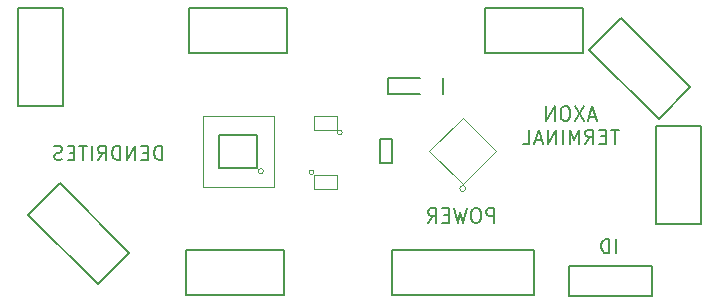
<source format=gbr>
G04 #@! TF.FileFunction,Legend,Bot*
%FSLAX46Y46*%
G04 Gerber Fmt 4.6, Leading zero omitted, Abs format (unit mm)*
G04 Created by KiCad (PCBNEW 4.0.5-e0-6337~49~ubuntu14.04.1) date Mon May 15 20:50:12 2017*
%MOMM*%
%LPD*%
G01*
G04 APERTURE LIST*
%ADD10C,0.100000*%
%ADD11C,0.170000*%
%ADD12C,0.150000*%
G04 APERTURE END LIST*
D10*
D11*
X171671429Y-96042857D02*
X171671429Y-94842857D01*
X171214286Y-94842857D01*
X171100000Y-94900000D01*
X171042857Y-94957143D01*
X170985714Y-95071429D01*
X170985714Y-95242857D01*
X171042857Y-95357143D01*
X171100000Y-95414286D01*
X171214286Y-95471429D01*
X171671429Y-95471429D01*
X170242857Y-94842857D02*
X170014286Y-94842857D01*
X169900000Y-94900000D01*
X169785714Y-95014286D01*
X169728572Y-95242857D01*
X169728572Y-95642857D01*
X169785714Y-95871429D01*
X169900000Y-95985714D01*
X170014286Y-96042857D01*
X170242857Y-96042857D01*
X170357143Y-95985714D01*
X170471429Y-95871429D01*
X170528572Y-95642857D01*
X170528572Y-95242857D01*
X170471429Y-95014286D01*
X170357143Y-94900000D01*
X170242857Y-94842857D01*
X169328571Y-94842857D02*
X169042857Y-96042857D01*
X168814286Y-95185714D01*
X168585714Y-96042857D01*
X168300000Y-94842857D01*
X167842857Y-95414286D02*
X167442857Y-95414286D01*
X167271428Y-96042857D02*
X167842857Y-96042857D01*
X167842857Y-94842857D01*
X167271428Y-94842857D01*
X166071428Y-96042857D02*
X166471428Y-95471429D01*
X166757143Y-96042857D02*
X166757143Y-94842857D01*
X166300000Y-94842857D01*
X166185714Y-94900000D01*
X166128571Y-94957143D01*
X166071428Y-95071429D01*
X166071428Y-95242857D01*
X166128571Y-95357143D01*
X166185714Y-95414286D01*
X166300000Y-95471429D01*
X166757143Y-95471429D01*
X143542857Y-90742857D02*
X143542857Y-89542857D01*
X143257142Y-89542857D01*
X143085714Y-89600000D01*
X142971428Y-89714286D01*
X142914285Y-89828571D01*
X142857142Y-90057143D01*
X142857142Y-90228571D01*
X142914285Y-90457143D01*
X142971428Y-90571429D01*
X143085714Y-90685714D01*
X143257142Y-90742857D01*
X143542857Y-90742857D01*
X142342857Y-90114286D02*
X141942857Y-90114286D01*
X141771428Y-90742857D02*
X142342857Y-90742857D01*
X142342857Y-89542857D01*
X141771428Y-89542857D01*
X141257143Y-90742857D02*
X141257143Y-89542857D01*
X140571428Y-90742857D01*
X140571428Y-89542857D01*
X140000000Y-90742857D02*
X140000000Y-89542857D01*
X139714285Y-89542857D01*
X139542857Y-89600000D01*
X139428571Y-89714286D01*
X139371428Y-89828571D01*
X139314285Y-90057143D01*
X139314285Y-90228571D01*
X139371428Y-90457143D01*
X139428571Y-90571429D01*
X139542857Y-90685714D01*
X139714285Y-90742857D01*
X140000000Y-90742857D01*
X138114285Y-90742857D02*
X138514285Y-90171429D01*
X138800000Y-90742857D02*
X138800000Y-89542857D01*
X138342857Y-89542857D01*
X138228571Y-89600000D01*
X138171428Y-89657143D01*
X138114285Y-89771429D01*
X138114285Y-89942857D01*
X138171428Y-90057143D01*
X138228571Y-90114286D01*
X138342857Y-90171429D01*
X138800000Y-90171429D01*
X137600000Y-90742857D02*
X137600000Y-89542857D01*
X137199999Y-89542857D02*
X136514285Y-89542857D01*
X136857142Y-90742857D02*
X136857142Y-89542857D01*
X136114285Y-90114286D02*
X135714285Y-90114286D01*
X135542856Y-90742857D02*
X136114285Y-90742857D01*
X136114285Y-89542857D01*
X135542856Y-89542857D01*
X135085714Y-90685714D02*
X134914285Y-90742857D01*
X134628571Y-90742857D01*
X134514285Y-90685714D01*
X134457142Y-90628571D01*
X134399999Y-90514286D01*
X134399999Y-90400000D01*
X134457142Y-90285714D01*
X134514285Y-90228571D01*
X134628571Y-90171429D01*
X134857142Y-90114286D01*
X134971428Y-90057143D01*
X135028571Y-90000000D01*
X135085714Y-89885714D01*
X135085714Y-89771429D01*
X135028571Y-89657143D01*
X134971428Y-89600000D01*
X134857142Y-89542857D01*
X134571428Y-89542857D01*
X134399999Y-89600000D01*
X182000000Y-98642857D02*
X182000000Y-97442857D01*
X181428571Y-98642857D02*
X181428571Y-97442857D01*
X181142856Y-97442857D01*
X180971428Y-97500000D01*
X180857142Y-97614286D01*
X180799999Y-97728571D01*
X180742856Y-97957143D01*
X180742856Y-98128571D01*
X180799999Y-98357143D01*
X180857142Y-98471429D01*
X180971428Y-98585714D01*
X181142856Y-98642857D01*
X181428571Y-98642857D01*
X180264286Y-87065000D02*
X179692857Y-87065000D01*
X180378571Y-87407857D02*
X179978571Y-86207857D01*
X179578571Y-87407857D01*
X179292857Y-86207857D02*
X178492857Y-87407857D01*
X178492857Y-86207857D02*
X179292857Y-87407857D01*
X177807143Y-86207857D02*
X177578572Y-86207857D01*
X177464286Y-86265000D01*
X177350000Y-86379286D01*
X177292858Y-86607857D01*
X177292858Y-87007857D01*
X177350000Y-87236429D01*
X177464286Y-87350714D01*
X177578572Y-87407857D01*
X177807143Y-87407857D01*
X177921429Y-87350714D01*
X178035715Y-87236429D01*
X178092858Y-87007857D01*
X178092858Y-86607857D01*
X178035715Y-86379286D01*
X177921429Y-86265000D01*
X177807143Y-86207857D01*
X176778572Y-87407857D02*
X176778572Y-86207857D01*
X176092857Y-87407857D01*
X176092857Y-86207857D01*
X182235714Y-88177857D02*
X181550000Y-88177857D01*
X181892857Y-89377857D02*
X181892857Y-88177857D01*
X181150000Y-88749286D02*
X180750000Y-88749286D01*
X180578571Y-89377857D02*
X181150000Y-89377857D01*
X181150000Y-88177857D01*
X180578571Y-88177857D01*
X179378571Y-89377857D02*
X179778571Y-88806429D01*
X180064286Y-89377857D02*
X180064286Y-88177857D01*
X179607143Y-88177857D01*
X179492857Y-88235000D01*
X179435714Y-88292143D01*
X179378571Y-88406429D01*
X179378571Y-88577857D01*
X179435714Y-88692143D01*
X179492857Y-88749286D01*
X179607143Y-88806429D01*
X180064286Y-88806429D01*
X178864286Y-89377857D02*
X178864286Y-88177857D01*
X178464286Y-89035000D01*
X178064286Y-88177857D01*
X178064286Y-89377857D01*
X177492857Y-89377857D02*
X177492857Y-88177857D01*
X176921428Y-89377857D02*
X176921428Y-88177857D01*
X176235713Y-89377857D01*
X176235713Y-88177857D01*
X175721428Y-89035000D02*
X175149999Y-89035000D01*
X175835713Y-89377857D02*
X175435713Y-88177857D01*
X175035713Y-89377857D01*
X174064285Y-89377857D02*
X174635714Y-89377857D01*
X174635714Y-88177857D01*
D12*
X179150000Y-77850000D02*
X179150000Y-81650000D01*
X179150000Y-81650000D02*
X170850000Y-81650000D01*
X170850000Y-81650000D02*
X170850000Y-77850000D01*
X170850000Y-77850000D02*
X179150000Y-77850000D01*
D10*
X152123607Y-91700000D02*
G75*
G03X152123607Y-91700000I-223607J0D01*
G01*
X147000000Y-93000000D02*
X147000000Y-87000000D01*
X153000000Y-93000000D02*
X147000000Y-93000000D01*
X153000000Y-87000000D02*
X153000000Y-93000000D01*
X147000000Y-87000000D02*
X153000000Y-87000000D01*
D12*
X148400000Y-88600000D02*
X151600000Y-88600000D01*
X151600000Y-88600000D02*
X151600000Y-91400000D01*
X151600000Y-91400000D02*
X148400000Y-91400000D01*
X148400000Y-91400000D02*
X148400000Y-88600000D01*
X131350000Y-77850000D02*
X135150000Y-77850000D01*
X135150000Y-77850000D02*
X135150000Y-86150000D01*
X135150000Y-86150000D02*
X131350000Y-86150000D01*
X131350000Y-86150000D02*
X131350000Y-77850000D01*
X132222004Y-95409010D02*
X134909010Y-92722004D01*
X134909010Y-92722004D02*
X140777996Y-98590990D01*
X140777996Y-98590990D02*
X138090990Y-101277996D01*
X138090990Y-101277996D02*
X132222004Y-95409010D01*
X167300000Y-85200000D02*
X167300000Y-83800000D01*
X165400000Y-85200000D02*
X162700000Y-85200000D01*
X162700000Y-85200000D02*
X162700000Y-83800000D01*
X162700000Y-83800000D02*
X165400000Y-83800000D01*
X154150000Y-77850000D02*
X154150000Y-81650000D01*
X154150000Y-81650000D02*
X145850000Y-81650000D01*
X145850000Y-81650000D02*
X145850000Y-77850000D01*
X145850000Y-77850000D02*
X154150000Y-77850000D01*
X145600000Y-102150000D02*
X145600000Y-98350000D01*
X145600000Y-98350000D02*
X153900000Y-98350000D01*
X153900000Y-98350000D02*
X153900000Y-102150000D01*
X153900000Y-102150000D02*
X145600000Y-102150000D01*
X188277996Y-84590990D02*
X185590990Y-87277996D01*
X185590990Y-87277996D02*
X179722004Y-81409010D01*
X179722004Y-81409010D02*
X182409010Y-78722004D01*
X182409010Y-78722004D02*
X188277996Y-84590990D01*
X189150000Y-96150000D02*
X185350000Y-96150000D01*
X185350000Y-96150000D02*
X185350000Y-87850000D01*
X185350000Y-87850000D02*
X189150000Y-87850000D01*
X189150000Y-87850000D02*
X189150000Y-96150000D01*
X163000000Y-89000000D02*
X162000000Y-89000000D01*
X162000000Y-89000000D02*
X162000000Y-91000000D01*
X162000000Y-91000000D02*
X163000000Y-91000000D01*
X163000000Y-91000000D02*
X163000000Y-89000000D01*
D10*
X169257013Y-93170347D02*
G75*
G03X169257013Y-93170347I-250000J0D01*
G01*
X166178586Y-89988367D02*
X169007013Y-92816794D01*
X169007013Y-87159940D02*
X166178586Y-89988367D01*
X171835440Y-89988367D02*
X169007013Y-87159940D01*
X169007013Y-92816794D02*
X171835440Y-89988367D01*
D12*
X178000000Y-102250000D02*
X178000000Y-99750000D01*
X178000000Y-99750000D02*
X185000000Y-99750000D01*
X185000000Y-99750000D02*
X185000000Y-102250000D01*
X185000000Y-102250000D02*
X178000000Y-102250000D01*
D10*
X158800000Y-88400000D02*
G75*
G03X158800000Y-88400000I-200000J0D01*
G01*
X158400000Y-87000000D02*
X156400000Y-87000000D01*
X158400000Y-88200000D02*
X158400000Y-87000000D01*
X156400000Y-88200000D02*
X158400000Y-88200000D01*
X156400000Y-87000000D02*
X156400000Y-88200000D01*
X156400000Y-91800000D02*
G75*
G03X156400000Y-91800000I-200000J0D01*
G01*
X156400000Y-93200000D02*
X158400000Y-93200000D01*
X156400000Y-92000000D02*
X156400000Y-93200000D01*
X158400000Y-92000000D02*
X156400000Y-92000000D01*
X158400000Y-93200000D02*
X158400000Y-92000000D01*
D12*
X162975000Y-102150000D02*
X162975000Y-98350000D01*
X162975000Y-98350000D02*
X175025000Y-98350000D01*
X175025000Y-98350000D02*
X175025000Y-102150000D01*
X175025000Y-102150000D02*
X162975000Y-102150000D01*
M02*

</source>
